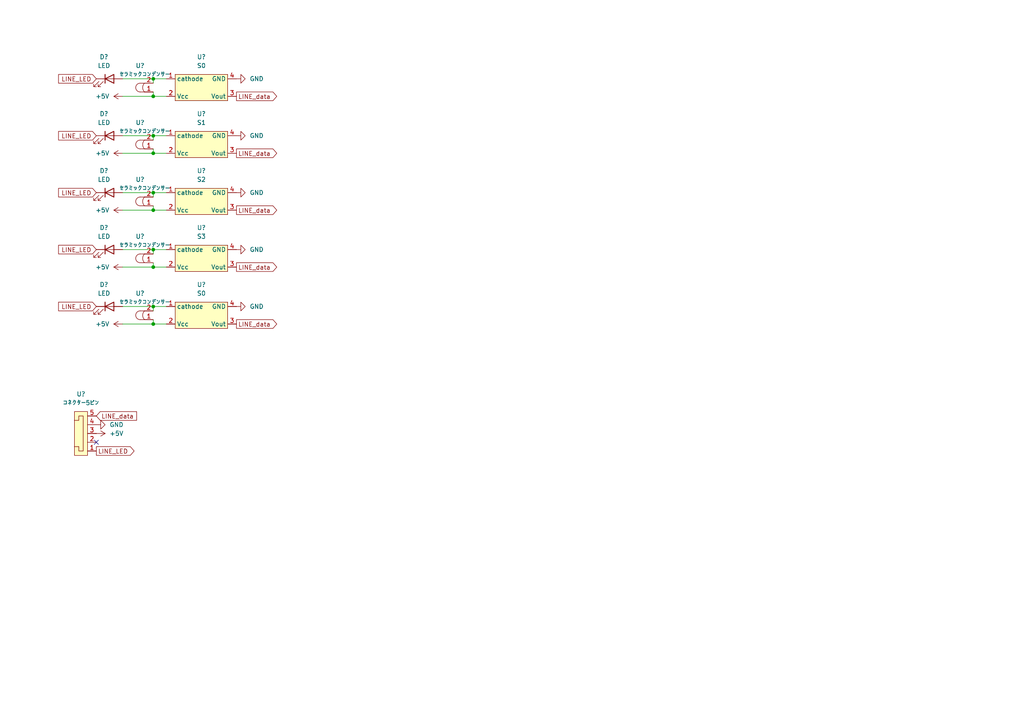
<source format=kicad_sch>
(kicad_sch (version 20211123) (generator eeschema)
  (paper "A4")
  (lib_symbols
    (symbol "Device:LED" (pin_numbers hide) (pin_names (offset 1.016) hide)
      (property "Reference" "D" (at 0 2.54 0))
      (property "Value" "LED" (at 0 -2.54 0))
      (symbol "LED_0_1"
        (polyline (pts (xy -1.27 -1.27) (xy -1.27 1.27)) (stroke (width 0.254)))
        (polyline (pts (xy -1.27 0) (xy 1.27 0)))
        (polyline (pts (xy 1.27 -1.27) (xy 1.27 1.27) (xy -1.27 0) (xy 1.27 -1.27)) (stroke (width 0.254)))
        (polyline (pts (xy -3.048 -0.762) (xy -4.572 -2.286) (xy -3.81 -2.286) (xy -4.572 -2.286) (xy -4.572 -1.524)))
        (polyline (pts (xy -1.778 -0.762) (xy -3.302 -2.286) (xy -2.54 -2.286) (xy -3.302 -2.286) (xy -3.302 -1.524)))
      )
      (symbol "LED_1_1"
        (pin passive line (at -3.81 0 0) (length 2.54) (name "K") (number "1"))
        (pin passive line (at 3.81 0 180) (length 2.54) (name "A") (number "2"))
      )
    )
    (symbol "power:+5V" (power) (pin_names (offset 0))
      (property "Value" "+5V" (at 0 3.556 0))
      (symbol "+5V_0_1"
        (polyline (pts (xy -0.762 1.27) (xy 0 2.54)))
        (polyline (pts (xy 0 0) (xy 0 2.54)))
        (polyline (pts (xy 0 2.54) (xy 0.762 1.27)))
      )
      (symbol "+5V_1_1"
        (pin power_in line (at 0 0 90) (length 0) hide (name "+5V") (number "1"))
      )
    )
    (symbol "power:GND" (power) (pin_names (offset 0))
      (property "Value" "GND" (at 0 -3.81 0))
      (symbol "GND_0_1"
        (polyline (pts (xy 0 0) (xy 0 -1.27) (xy 1.27 -1.27) (xy 0 -2.54) (xy -1.27 -1.27) (xy 0 -1.27)))
      )
      (symbol "GND_1_1"
        (pin power_in line (at 0 0 270) (length 0) hide (name "GND") (number "1"))
      )
    )
    (symbol "自分のシンボルエディター:S4282-51,S7136"
      (property "Reference" "U" (at 0 0 0))
      (property "Value" "S4282-51,S7136" (at 0 2.54 0))
      (symbol "S4282-51,S7136_0_1"
        (rectangle (start -7.62 -1.27) (end 7.62 -8.89) (fill (type background)))
      )
      (symbol "S4282-51,S7136_1_1"
        (pin input line (at -10.16 -2.54 0) (length 2.54) (name "cathode") (number "1"))
        (pin input line (at -10.16 -7.62 0) (length 2.54) (name "Vcc") (number "2"))
        (pin input line (at 10.16 -7.62 180) (length 2.54) (name "Vout") (number "3"))
        (pin input line (at 10.16 -2.54 180) (length 2.54) (name "GND") (number "4"))
      )
    )
    (symbol "自分のシンボルエディター:コネクター5ピン"
      (property "Reference" "U" (at 6.35 0 0))
      (property "Value" "コネクター5ピン" (at 0 0 0))
      (symbol "コネクター5ピン_0_1"
        (rectangle (start -6.35 -1.27) (end 6.35 -5.08) (fill (type background)))
        (polyline (pts (xy -3.81 -2.54) (xy -3.81 -1.27)))
        (polyline (pts (xy -3.81 -2.54) (xy -5.08 -2.54) (xy -5.08 -3.81) (xy 5.08 -3.81) (xy 5.08 -2.54) (xy 3.81 -2.54) (xy 3.81 -1.27)))
      )
      (symbol "コネクター5ピン_1_1"
        (pin input line (at -5.08 -7.62 90) (length 2.54) (name "") (number "1"))
        (pin input line (at -2.54 -7.62 90) (length 2.54) (name "") (number "2"))
        (pin input line (at 0 -7.62 90) (length 2.54) (name "") (number "3"))
        (pin input line (at 2.54 -7.62 90) (length 2.54) (name "") (number "4"))
        (pin input line (at 5.08 -7.62 90) (length 2.54) (name "") (number "5"))
      )
    )
    (symbol "自分のシンボルエディター:セラミックコンデンサー"
      (property "Reference" "U" (at 8.89 0 0))
      (property "Value" "セラミックコンデンサー" (at 0 0 0))
      (symbol "セラミックコンデンサー_0_1"
        (arc (start 0 -1.27) (mid -0.898 -1.642) (end -1.27 -2.54))
        (polyline (pts (xy -1.27 -2.54) (xy -1.27 -3.81)))
        (polyline (pts (xy 1.27 -2.54) (xy 1.27 -3.81)))
        (arc (start 1.27 -3.81) (mid 0 -3.284) (end -1.27 -3.81))
        (arc (start 1.2701 -2.5399) (mid 0.8981 -1.6419) (end 0.0001 -1.2699))
      )
      (symbol "セラミックコンデンサー_1_1"
        (pin input line (at -1.27 -6.35 90) (length 2.54) (name "") (number "1"))
        (pin input line (at 1.27 -6.35 90) (length 2.54) (name "") (number "2"))
      )
    )
  )
  (junction (at 44.45 22.86))
  (junction (at 44.45 27.94))
  (junction (at 44.45 39.37))
  (junction (at 44.45 72.39))
  (junction (at 44.45 77.47))
  (junction (at 44.45 93.98))
  (junction (at 44.45 60.96))
  (junction (at 44.45 88.9))
  (junction (at 44.45 55.88))
  (junction (at 44.45 44.45))
  (no_connect (at 27.94 128.27))
  (wire (pts (xy 44.45 92.71) (xy 44.45 93.98)))
  (wire (pts (xy 44.45 76.2) (xy 44.45 77.47)))
  (wire (pts (xy 48.26 39.37) (xy 44.45 39.37)))
  (wire (pts (xy 48.26 88.9) (xy 44.45 88.9)))
  (wire (pts (xy 48.26 27.94) (xy 44.45 27.94)))
  (wire (pts (xy 44.45 22.86) (xy 35.56 22.86)))
  (wire (pts (xy 48.26 55.88) (xy 44.45 55.88)))
  (wire (pts (xy 44.45 88.9) (xy 44.45 90.17)))
  (wire (pts (xy 44.45 39.37) (xy 44.45 40.64)))
  (wire (pts (xy 44.45 59.69) (xy 44.45 60.96)))
  (wire (pts (xy 44.45 93.98) (xy 35.56 93.98)))
  (wire (pts (xy 44.45 44.45) (xy 35.56 44.45)))
  (wire (pts (xy 44.45 72.39) (xy 44.45 73.66)))
  (wire (pts (xy 44.45 26.67) (xy 44.45 27.94)))
  (wire (pts (xy 48.26 60.96) (xy 44.45 60.96)))
  (wire (pts (xy 48.26 22.86) (xy 44.45 22.86)))
  (wire (pts (xy 48.26 44.45) (xy 44.45 44.45)))
  (wire (pts (xy 48.26 93.98) (xy 44.45 93.98)))
  (wire (pts (xy 48.26 72.39) (xy 44.45 72.39)))
  (wire (pts (xy 44.45 55.88) (xy 44.45 57.15)))
  (wire (pts (xy 44.45 55.88) (xy 35.56 55.88)))
  (wire (pts (xy 44.45 77.47) (xy 35.56 77.47)))
  (wire (pts (xy 44.45 39.37) (xy 35.56 39.37)))
  (wire (pts (xy 44.45 88.9) (xy 35.56 88.9)))
  (wire (pts (xy 44.45 43.18) (xy 44.45 44.45)))
  (wire (pts (xy 44.45 60.96) (xy 35.56 60.96)))
  (wire (pts (xy 44.45 72.39) (xy 35.56 72.39)))
  (wire (pts (xy 48.26 77.47) (xy 44.45 77.47)))
  (wire (pts (xy 44.45 27.94) (xy 35.56 27.94)))
  (wire (pts (xy 44.45 22.86) (xy 44.45 24.13)))
  (global_label "LINE_LED" (shape input) (at 27.94 22.86 180) (property "Intersheet References" "${INTERSHEET_REFS}" (effects hide)))
  (global_label "LINE_LED" (shape input) (at 27.94 55.88 180) (property "Intersheet References" "${INTERSHEET_REFS}" (effects hide)))
  (global_label "LINE_LED" (shape input) (at 27.94 88.9 180) (property "Intersheet References" "${INTERSHEET_REFS}" (effects hide)))
  (global_label "LINE_data" (shape output) (at 68.58 44.45 0) (property "Intersheet References" "${INTERSHEET_REFS}" (effects hide)))
  (global_label "LINE_LED" (shape output) (at 27.94 130.81 0) (property "Intersheet References" "${INTERSHEET_REFS}" (effects hide)))
  (global_label "LINE_data" (shape output) (at 68.58 93.98 0) (property "Intersheet References" "${INTERSHEET_REFS}" (effects hide)))
  (global_label "LINE_data" (shape input) (at 27.94 120.65 0) (property "Intersheet References" "${INTERSHEET_REFS}" (effects hide)))
  (global_label "LINE_data" (shape output) (at 68.58 77.47 0) (property "Intersheet References" "${INTERSHEET_REFS}" (effects hide)))
  (global_label "LINE_LED" (shape input) (at 27.94 39.37 180) (property "Intersheet References" "${INTERSHEET_REFS}" (effects hide)))
  (global_label "LINE_LED" (shape input) (at 27.94 72.39 180) (property "Intersheet References" "${INTERSHEET_REFS}" (effects hide)))
  (global_label "LINE_data" (shape output) (at 68.58 60.96 0) (property "Intersheet References" "${INTERSHEET_REFS}" (effects hide)))
  (global_label "LINE_data" (shape output) (at 68.58 27.94 0) (property "Intersheet References" "${INTERSHEET_REFS}" (effects hide)))
  (symbol (lib_id "power:+5V") (at 35.56 60.96 90) (unit 1)
    (property "Reference" "#PWR?" (effects hide))
    (property "Value" "+5V" (at 31.75 60.9599 90) (effects (justify left)))
  )
  (symbol (lib_id "自分のシンボルエディター:セラミックコンデンサー") (at 38.1 25.4 90) (unit 1)
    (property "Reference" "U?" (at 40.6399 19.05 90))
    (property "Value" "セラミックコンデンサー" (at 41.91 21.59 90))
    (property "Footprint" "自分のフットプリント:セラミックコンデンサー" (effects hide))
  )
  (symbol (lib_id "power:+5V") (at 35.56 44.45 90) (unit 1)
    (property "Reference" "#PWR?" (effects hide))
    (property "Value" "+5V" (at 31.75 44.4499 90) (effects (justify left)))
  )
  (symbol (lib_id "power:+5V") (at 35.56 77.47 90) (unit 1)
    (property "Reference" "#PWR?" (effects hide))
    (property "Value" "+5V" (at 31.75 77.4699 90) (effects (justify left)))
  )
  (symbol (lib_id "自分のシンボルエディター:S4282-51,S7136") (at 58.42 20.32 0) (unit 1)
    (property "Reference" "U?" (at 58.42 16.51 0))
    (property "Value" "S0" (at 58.42 19.05 0))
    (property "Footprint" "自分のフットプリント:S4282-51,S7136" (effects hide))
  )
  (symbol (lib_id "Device:LED") (at 31.75 39.37 0) (unit 1)
    (property "Reference" "D?" (at 30.1625 33.02 0))
    (property "Value" "LED" (at 30.1625 35.56 0))
    (property "Footprint" "自分のフットプリント:LED" (effects hide))
  )
  (symbol (lib_id "power:GND") (at 68.58 55.88 90) (unit 1)
    (property "Reference" "#PWR?" (effects hide))
    (property "Value" "GND" (at 72.39 55.8799 90) (effects (justify right)))
  )
  (symbol (lib_id "自分のシンボルエディター:S4282-51,S7136") (at 58.42 69.85 0) (unit 1)
    (property "Reference" "U?" (at 58.42 66.04 0))
    (property "Value" "S3" (at 58.42 68.58 0))
    (property "Footprint" "自分のフットプリント:S4282-51,S7136" (effects hide))
  )
  (symbol (lib_id "power:+5V") (at 27.94 125.73 270) (unit 1)
    (property "Reference" "#PWR?" (effects hide))
    (property "Value" "+5V" (at 31.75 125.7299 90) (effects (justify left)))
  )
  (symbol (lib_id "自分のシンボルエディター:S4282-51,S7136") (at 58.42 36.83 0) (unit 1)
    (property "Reference" "U?" (at 58.42 33.02 0))
    (property "Value" "S1" (at 58.42 35.56 0))
    (property "Footprint" "自分のフットプリント:S4282-51,S7136" (effects hide))
  )
  (symbol (lib_id "自分のシンボルエディター:S4282-51,S7136") (at 58.42 53.34 0) (unit 1)
    (property "Reference" "U?" (at 58.42 49.53 0))
    (property "Value" "S2" (at 58.42 52.07 0))
    (property "Footprint" "自分のフットプリント:S4282-51,S7136" (effects hide))
  )
  (symbol (lib_id "自分のシンボルエディター:コネクター5ピン") (at 20.32 125.73 90) (unit 1)
    (property "Reference" "U?" (at 23.495 114.3 90))
    (property "Value" "コネクター5ピン" (at 23.495 116.84 90))
    (property "Footprint" "自分のフットプリント:L字コネクター5ピン" (effects hide))
  )
  (symbol (lib_id "Device:LED") (at 31.75 88.9 0) (unit 1)
    (property "Reference" "D?" (at 30.1625 82.55 0))
    (property "Value" "LED" (at 30.1625 85.09 0))
    (property "Footprint" "自分のフットプリント:LED" (effects hide))
  )
  (symbol (lib_id "power:+5V") (at 35.56 93.98 90) (unit 1)
    (property "Reference" "#PWR?" (effects hide))
    (property "Value" "+5V" (at 31.75 93.9799 90) (effects (justify left)))
  )
  (symbol (lib_id "自分のシンボルエディター:セラミックコンデンサー") (at 38.1 58.42 90) (unit 1)
    (property "Reference" "U?" (at 40.6399 52.07 90))
    (property "Value" "セラミックコンデンサー" (at 41.91 54.61 90))
    (property "Footprint" "自分のフットプリント:セラミックコンデンサー" (effects hide))
  )
  (symbol (lib_id "power:GND") (at 68.58 88.9 90) (unit 1)
    (property "Reference" "#PWR?" (effects hide))
    (property "Value" "GND" (at 72.39 88.8999 90) (effects (justify right)))
  )
  (symbol (lib_id "power:GND") (at 68.58 39.37 90) (unit 1)
    (property "Reference" "#PWR?" (effects hide))
    (property "Value" "GND" (at 72.39 39.3699 90) (effects (justify right)))
  )
  (symbol (lib_id "power:GND") (at 68.58 72.39 90) (unit 1)
    (property "Reference" "#PWR?" (effects hide))
    (property "Value" "GND" (at 72.39 72.3899 90) (effects (justify right)))
  )
  (symbol (lib_id "power:GND") (at 27.94 123.19 90) (unit 1)
    (property "Reference" "#PWR?" (effects hide))
    (property "Value" "GND" (at 31.75 123.1899 90) (effects (justify right)))
  )
  (symbol (lib_id "Device:LED") (at 31.75 22.86 0) (unit 1)
    (property "Reference" "D?" (at 30.1625 16.51 0))
    (property "Value" "LED" (at 30.1625 19.05 0))
    (property "Footprint" "自分のフットプリント:LED" (effects hide))
  )
  (symbol (lib_id "自分のシンボルエディター:セラミックコンデンサー") (at 38.1 41.91 90) (unit 1)
    (property "Reference" "U?" (at 40.6399 35.56 90))
    (property "Value" "セラミックコンデンサー" (at 41.91 38.1 90))
    (property "Footprint" "自分のフットプリント:セラミックコンデンサー" (effects hide))
  )
  (symbol (lib_id "自分のシンボルエディター:セラミックコンデンサー") (at 38.1 91.44 90) (unit 1)
    (property "Reference" "U?" (at 40.6399 85.09 90))
    (property "Value" "セラミックコンデンサー" (at 41.91 87.63 90))
    (property "Footprint" "自分のフットプリント:セラミックコンデンサー" (effects hide))
  )
  (symbol (lib_id "Device:LED") (at 31.75 72.39 0) (unit 1)
    (property "Reference" "D?" (at 30.1625 66.04 0))
    (property "Value" "LED" (at 30.1625 68.58 0))
    (property "Footprint" "自分のフットプリント:LED" (effects hide))
  )
  (symbol (lib_id "自分のシンボルエディター:S4282-51,S7136") (at 58.42 86.36 0) (unit 1)
    (property "Reference" "U?" (at 58.42 82.55 0))
    (property "Value" "S0" (at 58.42 85.09 0))
    (property "Footprint" "自分のフットプリント:S4282-51,S7136" (effects hide))
  )
  (symbol (lib_id "自分のシンボルエディター:セラミックコンデンサー") (at 38.1 74.93 90) (unit 1)
    (property "Reference" "U?" (at 40.6399 68.58 90))
    (property "Value" "セラミックコンデンサー" (at 41.91 71.12 90))
    (property "Footprint" "自分のフットプリント:セラミックコンデンサー" (effects hide))
  )
  (symbol (lib_id "power:GND") (at 68.58 22.86 90) (unit 1)
    (property "Reference" "#PWR?" (effects hide))
    (property "Value" "GND" (at 72.39 22.8599 90) (effects (justify right)))
  )
  (symbol (lib_id "power:+5V") (at 35.56 27.94 90) (unit 1)
    (property "Reference" "#PWR?" (effects hide))
    (property "Value" "+5V" (at 31.75 27.9399 90) (effects (justify left)))
  )
  (symbol (lib_id "Device:LED") (at 31.75 55.88 0) (unit 1)
    (property "Reference" "D?" (at 30.1625 49.53 0))
    (property "Value" "LED" (at 30.1625 52.07 0))
    (property "Footprint" "自分のフットプリント:LED" (effects hide))
  )
)
</source>
